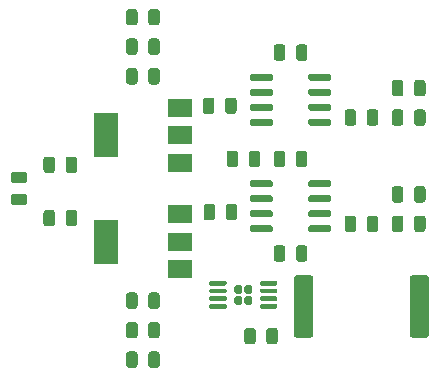
<source format=gbr>
%TF.GenerationSoftware,KiCad,Pcbnew,(5.1.6)-1*%
%TF.CreationDate,2020-11-02T11:11:50+01:00*%
%TF.ProjectId,ltz10v,6c747a31-3076-42e6-9b69-6361645f7063,rev?*%
%TF.SameCoordinates,Original*%
%TF.FileFunction,Paste,Bot*%
%TF.FilePolarity,Positive*%
%FSLAX46Y46*%
G04 Gerber Fmt 4.6, Leading zero omitted, Abs format (unit mm)*
G04 Created by KiCad (PCBNEW (5.1.6)-1) date 2020-11-02 11:11:50*
%MOMM*%
%LPD*%
G01*
G04 APERTURE LIST*
%ADD10R,2.000000X1.500000*%
%ADD11R,2.000000X3.800000*%
G04 APERTURE END LIST*
%TO.C,R940*%
G36*
G01*
X176075000Y-101400001D02*
X176075000Y-96599999D01*
G75*
G02*
X176324999Y-96350000I249999J0D01*
G01*
X177475001Y-96350000D01*
G75*
G02*
X177725000Y-96599999I0J-249999D01*
G01*
X177725000Y-101400001D01*
G75*
G02*
X177475001Y-101650000I-249999J0D01*
G01*
X176324999Y-101650000D01*
G75*
G02*
X176075000Y-101400001I0J249999D01*
G01*
G37*
G36*
G01*
X166275000Y-101400001D02*
X166275000Y-96599999D01*
G75*
G02*
X166524999Y-96350000I249999J0D01*
G01*
X167675001Y-96350000D01*
G75*
G02*
X167925000Y-96599999I0J-249999D01*
G01*
X167925000Y-101400001D01*
G75*
G02*
X167675001Y-101650000I-249999J0D01*
G01*
X166524999Y-101650000D01*
G75*
G02*
X166275000Y-101400001I0J249999D01*
G01*
G37*
%TD*%
%TO.C,R942*%
G36*
G01*
X172450000Y-92456250D02*
X172450000Y-91543750D01*
G75*
G02*
X172693750Y-91300000I243750J0D01*
G01*
X173181250Y-91300000D01*
G75*
G02*
X173425000Y-91543750I0J-243750D01*
G01*
X173425000Y-92456250D01*
G75*
G02*
X173181250Y-92700000I-243750J0D01*
G01*
X172693750Y-92700000D01*
G75*
G02*
X172450000Y-92456250I0J243750D01*
G01*
G37*
G36*
G01*
X170575000Y-92456250D02*
X170575000Y-91543750D01*
G75*
G02*
X170818750Y-91300000I243750J0D01*
G01*
X171306250Y-91300000D01*
G75*
G02*
X171550000Y-91543750I0J-243750D01*
G01*
X171550000Y-92456250D01*
G75*
G02*
X171306250Y-92700000I-243750J0D01*
G01*
X170818750Y-92700000D01*
G75*
G02*
X170575000Y-92456250I0J243750D01*
G01*
G37*
%TD*%
%TO.C,R941*%
G36*
G01*
X176450000Y-92456250D02*
X176450000Y-91543750D01*
G75*
G02*
X176693750Y-91300000I243750J0D01*
G01*
X177181250Y-91300000D01*
G75*
G02*
X177425000Y-91543750I0J-243750D01*
G01*
X177425000Y-92456250D01*
G75*
G02*
X177181250Y-92700000I-243750J0D01*
G01*
X176693750Y-92700000D01*
G75*
G02*
X176450000Y-92456250I0J243750D01*
G01*
G37*
G36*
G01*
X174575000Y-92456250D02*
X174575000Y-91543750D01*
G75*
G02*
X174818750Y-91300000I243750J0D01*
G01*
X175306250Y-91300000D01*
G75*
G02*
X175550000Y-91543750I0J-243750D01*
G01*
X175550000Y-92456250D01*
G75*
G02*
X175306250Y-92700000I-243750J0D01*
G01*
X174818750Y-92700000D01*
G75*
G02*
X174575000Y-92456250I0J243750D01*
G01*
G37*
%TD*%
%TO.C,R939*%
G36*
G01*
X143456250Y-88550000D02*
X142543750Y-88550000D01*
G75*
G02*
X142300000Y-88306250I0J243750D01*
G01*
X142300000Y-87818750D01*
G75*
G02*
X142543750Y-87575000I243750J0D01*
G01*
X143456250Y-87575000D01*
G75*
G02*
X143700000Y-87818750I0J-243750D01*
G01*
X143700000Y-88306250D01*
G75*
G02*
X143456250Y-88550000I-243750J0D01*
G01*
G37*
G36*
G01*
X143456250Y-90425000D02*
X142543750Y-90425000D01*
G75*
G02*
X142300000Y-90181250I0J243750D01*
G01*
X142300000Y-89693750D01*
G75*
G02*
X142543750Y-89450000I243750J0D01*
G01*
X143456250Y-89450000D01*
G75*
G02*
X143700000Y-89693750I0J-243750D01*
G01*
X143700000Y-90181250D01*
G75*
G02*
X143456250Y-90425000I-243750J0D01*
G01*
G37*
%TD*%
%TO.C,R938*%
G36*
G01*
X163050000Y-101043750D02*
X163050000Y-101956250D01*
G75*
G02*
X162806250Y-102200000I-243750J0D01*
G01*
X162318750Y-102200000D01*
G75*
G02*
X162075000Y-101956250I0J243750D01*
G01*
X162075000Y-101043750D01*
G75*
G02*
X162318750Y-100800000I243750J0D01*
G01*
X162806250Y-100800000D01*
G75*
G02*
X163050000Y-101043750I0J-243750D01*
G01*
G37*
G36*
G01*
X164925000Y-101043750D02*
X164925000Y-101956250D01*
G75*
G02*
X164681250Y-102200000I-243750J0D01*
G01*
X164193750Y-102200000D01*
G75*
G02*
X163950000Y-101956250I0J243750D01*
G01*
X163950000Y-101043750D01*
G75*
G02*
X164193750Y-100800000I243750J0D01*
G01*
X164681250Y-100800000D01*
G75*
G02*
X164925000Y-101043750I0J-243750D01*
G01*
G37*
%TD*%
%TO.C,C33*%
G36*
G01*
X166450000Y-86956250D02*
X166450000Y-86043750D01*
G75*
G02*
X166693750Y-85800000I243750J0D01*
G01*
X167181250Y-85800000D01*
G75*
G02*
X167425000Y-86043750I0J-243750D01*
G01*
X167425000Y-86956250D01*
G75*
G02*
X167181250Y-87200000I-243750J0D01*
G01*
X166693750Y-87200000D01*
G75*
G02*
X166450000Y-86956250I0J243750D01*
G01*
G37*
G36*
G01*
X164575000Y-86956250D02*
X164575000Y-86043750D01*
G75*
G02*
X164818750Y-85800000I243750J0D01*
G01*
X165306250Y-85800000D01*
G75*
G02*
X165550000Y-86043750I0J-243750D01*
G01*
X165550000Y-86956250D01*
G75*
G02*
X165306250Y-87200000I-243750J0D01*
G01*
X164818750Y-87200000D01*
G75*
G02*
X164575000Y-86956250I0J243750D01*
G01*
G37*
%TD*%
%TO.C,C32*%
G36*
G01*
X153050000Y-103043750D02*
X153050000Y-103956250D01*
G75*
G02*
X152806250Y-104200000I-243750J0D01*
G01*
X152318750Y-104200000D01*
G75*
G02*
X152075000Y-103956250I0J243750D01*
G01*
X152075000Y-103043750D01*
G75*
G02*
X152318750Y-102800000I243750J0D01*
G01*
X152806250Y-102800000D01*
G75*
G02*
X153050000Y-103043750I0J-243750D01*
G01*
G37*
G36*
G01*
X154925000Y-103043750D02*
X154925000Y-103956250D01*
G75*
G02*
X154681250Y-104200000I-243750J0D01*
G01*
X154193750Y-104200000D01*
G75*
G02*
X153950000Y-103956250I0J243750D01*
G01*
X153950000Y-103043750D01*
G75*
G02*
X154193750Y-102800000I243750J0D01*
G01*
X154681250Y-102800000D01*
G75*
G02*
X154925000Y-103043750I0J-243750D01*
G01*
G37*
%TD*%
%TO.C,C31*%
G36*
G01*
X153050000Y-100543750D02*
X153050000Y-101456250D01*
G75*
G02*
X152806250Y-101700000I-243750J0D01*
G01*
X152318750Y-101700000D01*
G75*
G02*
X152075000Y-101456250I0J243750D01*
G01*
X152075000Y-100543750D01*
G75*
G02*
X152318750Y-100300000I243750J0D01*
G01*
X152806250Y-100300000D01*
G75*
G02*
X153050000Y-100543750I0J-243750D01*
G01*
G37*
G36*
G01*
X154925000Y-100543750D02*
X154925000Y-101456250D01*
G75*
G02*
X154681250Y-101700000I-243750J0D01*
G01*
X154193750Y-101700000D01*
G75*
G02*
X153950000Y-101456250I0J243750D01*
G01*
X153950000Y-100543750D01*
G75*
G02*
X154193750Y-100300000I243750J0D01*
G01*
X154681250Y-100300000D01*
G75*
G02*
X154925000Y-100543750I0J-243750D01*
G01*
G37*
%TD*%
%TO.C,C30*%
G36*
G01*
X176450000Y-89956250D02*
X176450000Y-89043750D01*
G75*
G02*
X176693750Y-88800000I243750J0D01*
G01*
X177181250Y-88800000D01*
G75*
G02*
X177425000Y-89043750I0J-243750D01*
G01*
X177425000Y-89956250D01*
G75*
G02*
X177181250Y-90200000I-243750J0D01*
G01*
X176693750Y-90200000D01*
G75*
G02*
X176450000Y-89956250I0J243750D01*
G01*
G37*
G36*
G01*
X174575000Y-89956250D02*
X174575000Y-89043750D01*
G75*
G02*
X174818750Y-88800000I243750J0D01*
G01*
X175306250Y-88800000D01*
G75*
G02*
X175550000Y-89043750I0J-243750D01*
G01*
X175550000Y-89956250D01*
G75*
G02*
X175306250Y-90200000I-243750J0D01*
G01*
X174818750Y-90200000D01*
G75*
G02*
X174575000Y-89956250I0J243750D01*
G01*
G37*
%TD*%
%TO.C,C29*%
G36*
G01*
X166450000Y-94956250D02*
X166450000Y-94043750D01*
G75*
G02*
X166693750Y-93800000I243750J0D01*
G01*
X167181250Y-93800000D01*
G75*
G02*
X167425000Y-94043750I0J-243750D01*
G01*
X167425000Y-94956250D01*
G75*
G02*
X167181250Y-95200000I-243750J0D01*
G01*
X166693750Y-95200000D01*
G75*
G02*
X166450000Y-94956250I0J243750D01*
G01*
G37*
G36*
G01*
X164575000Y-94956250D02*
X164575000Y-94043750D01*
G75*
G02*
X164818750Y-93800000I243750J0D01*
G01*
X165306250Y-93800000D01*
G75*
G02*
X165550000Y-94043750I0J-243750D01*
G01*
X165550000Y-94956250D01*
G75*
G02*
X165306250Y-95200000I-243750J0D01*
G01*
X164818750Y-95200000D01*
G75*
G02*
X164575000Y-94956250I0J243750D01*
G01*
G37*
%TD*%
%TO.C,C28*%
G36*
G01*
X162450000Y-86956250D02*
X162450000Y-86043750D01*
G75*
G02*
X162693750Y-85800000I243750J0D01*
G01*
X163181250Y-85800000D01*
G75*
G02*
X163425000Y-86043750I0J-243750D01*
G01*
X163425000Y-86956250D01*
G75*
G02*
X163181250Y-87200000I-243750J0D01*
G01*
X162693750Y-87200000D01*
G75*
G02*
X162450000Y-86956250I0J243750D01*
G01*
G37*
G36*
G01*
X160575000Y-86956250D02*
X160575000Y-86043750D01*
G75*
G02*
X160818750Y-85800000I243750J0D01*
G01*
X161306250Y-85800000D01*
G75*
G02*
X161550000Y-86043750I0J-243750D01*
G01*
X161550000Y-86956250D01*
G75*
G02*
X161306250Y-87200000I-243750J0D01*
G01*
X160818750Y-87200000D01*
G75*
G02*
X160575000Y-86956250I0J243750D01*
G01*
G37*
%TD*%
%TO.C,C27*%
G36*
G01*
X153050000Y-74043750D02*
X153050000Y-74956250D01*
G75*
G02*
X152806250Y-75200000I-243750J0D01*
G01*
X152318750Y-75200000D01*
G75*
G02*
X152075000Y-74956250I0J243750D01*
G01*
X152075000Y-74043750D01*
G75*
G02*
X152318750Y-73800000I243750J0D01*
G01*
X152806250Y-73800000D01*
G75*
G02*
X153050000Y-74043750I0J-243750D01*
G01*
G37*
G36*
G01*
X154925000Y-74043750D02*
X154925000Y-74956250D01*
G75*
G02*
X154681250Y-75200000I-243750J0D01*
G01*
X154193750Y-75200000D01*
G75*
G02*
X153950000Y-74956250I0J243750D01*
G01*
X153950000Y-74043750D01*
G75*
G02*
X154193750Y-73800000I243750J0D01*
G01*
X154681250Y-73800000D01*
G75*
G02*
X154925000Y-74043750I0J-243750D01*
G01*
G37*
%TD*%
%TO.C,C26*%
G36*
G01*
X153050000Y-76543750D02*
X153050000Y-77456250D01*
G75*
G02*
X152806250Y-77700000I-243750J0D01*
G01*
X152318750Y-77700000D01*
G75*
G02*
X152075000Y-77456250I0J243750D01*
G01*
X152075000Y-76543750D01*
G75*
G02*
X152318750Y-76300000I243750J0D01*
G01*
X152806250Y-76300000D01*
G75*
G02*
X153050000Y-76543750I0J-243750D01*
G01*
G37*
G36*
G01*
X154925000Y-76543750D02*
X154925000Y-77456250D01*
G75*
G02*
X154681250Y-77700000I-243750J0D01*
G01*
X154193750Y-77700000D01*
G75*
G02*
X153950000Y-77456250I0J243750D01*
G01*
X153950000Y-76543750D01*
G75*
G02*
X154193750Y-76300000I243750J0D01*
G01*
X154681250Y-76300000D01*
G75*
G02*
X154925000Y-76543750I0J-243750D01*
G01*
G37*
%TD*%
%TO.C,C25*%
G36*
G01*
X166450000Y-77956250D02*
X166450000Y-77043750D01*
G75*
G02*
X166693750Y-76800000I243750J0D01*
G01*
X167181250Y-76800000D01*
G75*
G02*
X167425000Y-77043750I0J-243750D01*
G01*
X167425000Y-77956250D01*
G75*
G02*
X167181250Y-78200000I-243750J0D01*
G01*
X166693750Y-78200000D01*
G75*
G02*
X166450000Y-77956250I0J243750D01*
G01*
G37*
G36*
G01*
X164575000Y-77956250D02*
X164575000Y-77043750D01*
G75*
G02*
X164818750Y-76800000I243750J0D01*
G01*
X165306250Y-76800000D01*
G75*
G02*
X165550000Y-77043750I0J-243750D01*
G01*
X165550000Y-77956250D01*
G75*
G02*
X165306250Y-78200000I-243750J0D01*
G01*
X164818750Y-78200000D01*
G75*
G02*
X164575000Y-77956250I0J243750D01*
G01*
G37*
%TD*%
%TO.C,RN1*%
G36*
G01*
X162080000Y-97740000D02*
X162080000Y-97320000D01*
G75*
G02*
X162250000Y-97150000I170000J0D01*
G01*
X162590000Y-97150000D01*
G75*
G02*
X162760000Y-97320000I0J-170000D01*
G01*
X162760000Y-97740000D01*
G75*
G02*
X162590000Y-97910000I-170000J0D01*
G01*
X162250000Y-97910000D01*
G75*
G02*
X162080000Y-97740000I0J170000D01*
G01*
G37*
G36*
G01*
X162080000Y-98680000D02*
X162080000Y-98260000D01*
G75*
G02*
X162250000Y-98090000I170000J0D01*
G01*
X162590000Y-98090000D01*
G75*
G02*
X162760000Y-98260000I0J-170000D01*
G01*
X162760000Y-98680000D01*
G75*
G02*
X162590000Y-98850000I-170000J0D01*
G01*
X162250000Y-98850000D01*
G75*
G02*
X162080000Y-98680000I0J170000D01*
G01*
G37*
G36*
G01*
X161240000Y-97740000D02*
X161240000Y-97320000D01*
G75*
G02*
X161410000Y-97150000I170000J0D01*
G01*
X161750000Y-97150000D01*
G75*
G02*
X161920000Y-97320000I0J-170000D01*
G01*
X161920000Y-97740000D01*
G75*
G02*
X161750000Y-97910000I-170000J0D01*
G01*
X161410000Y-97910000D01*
G75*
G02*
X161240000Y-97740000I0J170000D01*
G01*
G37*
G36*
G01*
X161240000Y-98680000D02*
X161240000Y-98260000D01*
G75*
G02*
X161410000Y-98090000I170000J0D01*
G01*
X161750000Y-98090000D01*
G75*
G02*
X161920000Y-98260000I0J-170000D01*
G01*
X161920000Y-98680000D01*
G75*
G02*
X161750000Y-98850000I-170000J0D01*
G01*
X161410000Y-98850000D01*
G75*
G02*
X161240000Y-98680000I0J170000D01*
G01*
G37*
G36*
G01*
X163425000Y-99075000D02*
X163425000Y-98875000D01*
G75*
G02*
X163525000Y-98775000I100000J0D01*
G01*
X164775000Y-98775000D01*
G75*
G02*
X164875000Y-98875000I0J-100000D01*
G01*
X164875000Y-99075000D01*
G75*
G02*
X164775000Y-99175000I-100000J0D01*
G01*
X163525000Y-99175000D01*
G75*
G02*
X163425000Y-99075000I0J100000D01*
G01*
G37*
G36*
G01*
X163425000Y-98425000D02*
X163425000Y-98225000D01*
G75*
G02*
X163525000Y-98125000I100000J0D01*
G01*
X164775000Y-98125000D01*
G75*
G02*
X164875000Y-98225000I0J-100000D01*
G01*
X164875000Y-98425000D01*
G75*
G02*
X164775000Y-98525000I-100000J0D01*
G01*
X163525000Y-98525000D01*
G75*
G02*
X163425000Y-98425000I0J100000D01*
G01*
G37*
G36*
G01*
X163425000Y-97775000D02*
X163425000Y-97575000D01*
G75*
G02*
X163525000Y-97475000I100000J0D01*
G01*
X164775000Y-97475000D01*
G75*
G02*
X164875000Y-97575000I0J-100000D01*
G01*
X164875000Y-97775000D01*
G75*
G02*
X164775000Y-97875000I-100000J0D01*
G01*
X163525000Y-97875000D01*
G75*
G02*
X163425000Y-97775000I0J100000D01*
G01*
G37*
G36*
G01*
X163425000Y-97125000D02*
X163425000Y-96925000D01*
G75*
G02*
X163525000Y-96825000I100000J0D01*
G01*
X164775000Y-96825000D01*
G75*
G02*
X164875000Y-96925000I0J-100000D01*
G01*
X164875000Y-97125000D01*
G75*
G02*
X164775000Y-97225000I-100000J0D01*
G01*
X163525000Y-97225000D01*
G75*
G02*
X163425000Y-97125000I0J100000D01*
G01*
G37*
G36*
G01*
X159125000Y-97125000D02*
X159125000Y-96925000D01*
G75*
G02*
X159225000Y-96825000I100000J0D01*
G01*
X160475000Y-96825000D01*
G75*
G02*
X160575000Y-96925000I0J-100000D01*
G01*
X160575000Y-97125000D01*
G75*
G02*
X160475000Y-97225000I-100000J0D01*
G01*
X159225000Y-97225000D01*
G75*
G02*
X159125000Y-97125000I0J100000D01*
G01*
G37*
G36*
G01*
X159125000Y-97775000D02*
X159125000Y-97575000D01*
G75*
G02*
X159225000Y-97475000I100000J0D01*
G01*
X160475000Y-97475000D01*
G75*
G02*
X160575000Y-97575000I0J-100000D01*
G01*
X160575000Y-97775000D01*
G75*
G02*
X160475000Y-97875000I-100000J0D01*
G01*
X159225000Y-97875000D01*
G75*
G02*
X159125000Y-97775000I0J100000D01*
G01*
G37*
G36*
G01*
X159125000Y-98425000D02*
X159125000Y-98225000D01*
G75*
G02*
X159225000Y-98125000I100000J0D01*
G01*
X160475000Y-98125000D01*
G75*
G02*
X160575000Y-98225000I0J-100000D01*
G01*
X160575000Y-98425000D01*
G75*
G02*
X160475000Y-98525000I-100000J0D01*
G01*
X159225000Y-98525000D01*
G75*
G02*
X159125000Y-98425000I0J100000D01*
G01*
G37*
G36*
G01*
X159125000Y-99075000D02*
X159125000Y-98875000D01*
G75*
G02*
X159225000Y-98775000I100000J0D01*
G01*
X160475000Y-98775000D01*
G75*
G02*
X160575000Y-98875000I0J-100000D01*
G01*
X160575000Y-99075000D01*
G75*
G02*
X160475000Y-99175000I-100000J0D01*
G01*
X159225000Y-99175000D01*
G75*
G02*
X159125000Y-99075000I0J100000D01*
G01*
G37*
%TD*%
%TO.C,R935*%
G36*
G01*
X153950000Y-98956250D02*
X153950000Y-98043750D01*
G75*
G02*
X154193750Y-97800000I243750J0D01*
G01*
X154681250Y-97800000D01*
G75*
G02*
X154925000Y-98043750I0J-243750D01*
G01*
X154925000Y-98956250D01*
G75*
G02*
X154681250Y-99200000I-243750J0D01*
G01*
X154193750Y-99200000D01*
G75*
G02*
X153950000Y-98956250I0J243750D01*
G01*
G37*
G36*
G01*
X152075000Y-98956250D02*
X152075000Y-98043750D01*
G75*
G02*
X152318750Y-97800000I243750J0D01*
G01*
X152806250Y-97800000D01*
G75*
G02*
X153050000Y-98043750I0J-243750D01*
G01*
X153050000Y-98956250D01*
G75*
G02*
X152806250Y-99200000I-243750J0D01*
G01*
X152318750Y-99200000D01*
G75*
G02*
X152075000Y-98956250I0J243750D01*
G01*
G37*
%TD*%
%TO.C,R934*%
G36*
G01*
X160512500Y-91456250D02*
X160512500Y-90543750D01*
G75*
G02*
X160756250Y-90300000I243750J0D01*
G01*
X161243750Y-90300000D01*
G75*
G02*
X161487500Y-90543750I0J-243750D01*
G01*
X161487500Y-91456250D01*
G75*
G02*
X161243750Y-91700000I-243750J0D01*
G01*
X160756250Y-91700000D01*
G75*
G02*
X160512500Y-91456250I0J243750D01*
G01*
G37*
G36*
G01*
X158637500Y-91456250D02*
X158637500Y-90543750D01*
G75*
G02*
X158881250Y-90300000I243750J0D01*
G01*
X159368750Y-90300000D01*
G75*
G02*
X159612500Y-90543750I0J-243750D01*
G01*
X159612500Y-91456250D01*
G75*
G02*
X159368750Y-91700000I-243750J0D01*
G01*
X158881250Y-91700000D01*
G75*
G02*
X158637500Y-91456250I0J243750D01*
G01*
G37*
%TD*%
%TO.C,R933*%
G36*
G01*
X146050000Y-91043750D02*
X146050000Y-91956250D01*
G75*
G02*
X145806250Y-92200000I-243750J0D01*
G01*
X145318750Y-92200000D01*
G75*
G02*
X145075000Y-91956250I0J243750D01*
G01*
X145075000Y-91043750D01*
G75*
G02*
X145318750Y-90800000I243750J0D01*
G01*
X145806250Y-90800000D01*
G75*
G02*
X146050000Y-91043750I0J-243750D01*
G01*
G37*
G36*
G01*
X147925000Y-91043750D02*
X147925000Y-91956250D01*
G75*
G02*
X147681250Y-92200000I-243750J0D01*
G01*
X147193750Y-92200000D01*
G75*
G02*
X146950000Y-91956250I0J243750D01*
G01*
X146950000Y-91043750D01*
G75*
G02*
X147193750Y-90800000I243750J0D01*
G01*
X147681250Y-90800000D01*
G75*
G02*
X147925000Y-91043750I0J-243750D01*
G01*
G37*
%TD*%
%TO.C,R932*%
G36*
G01*
X146950000Y-87456250D02*
X146950000Y-86543750D01*
G75*
G02*
X147193750Y-86300000I243750J0D01*
G01*
X147681250Y-86300000D01*
G75*
G02*
X147925000Y-86543750I0J-243750D01*
G01*
X147925000Y-87456250D01*
G75*
G02*
X147681250Y-87700000I-243750J0D01*
G01*
X147193750Y-87700000D01*
G75*
G02*
X146950000Y-87456250I0J243750D01*
G01*
G37*
G36*
G01*
X145075000Y-87456250D02*
X145075000Y-86543750D01*
G75*
G02*
X145318750Y-86300000I243750J0D01*
G01*
X145806250Y-86300000D01*
G75*
G02*
X146050000Y-86543750I0J-243750D01*
G01*
X146050000Y-87456250D01*
G75*
G02*
X145806250Y-87700000I-243750J0D01*
G01*
X145318750Y-87700000D01*
G75*
G02*
X145075000Y-87456250I0J243750D01*
G01*
G37*
%TD*%
%TO.C,R931*%
G36*
G01*
X160450000Y-82456250D02*
X160450000Y-81543750D01*
G75*
G02*
X160693750Y-81300000I243750J0D01*
G01*
X161181250Y-81300000D01*
G75*
G02*
X161425000Y-81543750I0J-243750D01*
G01*
X161425000Y-82456250D01*
G75*
G02*
X161181250Y-82700000I-243750J0D01*
G01*
X160693750Y-82700000D01*
G75*
G02*
X160450000Y-82456250I0J243750D01*
G01*
G37*
G36*
G01*
X158575000Y-82456250D02*
X158575000Y-81543750D01*
G75*
G02*
X158818750Y-81300000I243750J0D01*
G01*
X159306250Y-81300000D01*
G75*
G02*
X159550000Y-81543750I0J-243750D01*
G01*
X159550000Y-82456250D01*
G75*
G02*
X159306250Y-82700000I-243750J0D01*
G01*
X158818750Y-82700000D01*
G75*
G02*
X158575000Y-82456250I0J243750D01*
G01*
G37*
%TD*%
%TO.C,R930*%
G36*
G01*
X172450000Y-83456250D02*
X172450000Y-82543750D01*
G75*
G02*
X172693750Y-82300000I243750J0D01*
G01*
X173181250Y-82300000D01*
G75*
G02*
X173425000Y-82543750I0J-243750D01*
G01*
X173425000Y-83456250D01*
G75*
G02*
X173181250Y-83700000I-243750J0D01*
G01*
X172693750Y-83700000D01*
G75*
G02*
X172450000Y-83456250I0J243750D01*
G01*
G37*
G36*
G01*
X170575000Y-83456250D02*
X170575000Y-82543750D01*
G75*
G02*
X170818750Y-82300000I243750J0D01*
G01*
X171306250Y-82300000D01*
G75*
G02*
X171550000Y-82543750I0J-243750D01*
G01*
X171550000Y-83456250D01*
G75*
G02*
X171306250Y-83700000I-243750J0D01*
G01*
X170818750Y-83700000D01*
G75*
G02*
X170575000Y-83456250I0J243750D01*
G01*
G37*
%TD*%
%TO.C,R929*%
G36*
G01*
X176450000Y-83456250D02*
X176450000Y-82543750D01*
G75*
G02*
X176693750Y-82300000I243750J0D01*
G01*
X177181250Y-82300000D01*
G75*
G02*
X177425000Y-82543750I0J-243750D01*
G01*
X177425000Y-83456250D01*
G75*
G02*
X177181250Y-83700000I-243750J0D01*
G01*
X176693750Y-83700000D01*
G75*
G02*
X176450000Y-83456250I0J243750D01*
G01*
G37*
G36*
G01*
X174575000Y-83456250D02*
X174575000Y-82543750D01*
G75*
G02*
X174818750Y-82300000I243750J0D01*
G01*
X175306250Y-82300000D01*
G75*
G02*
X175550000Y-82543750I0J-243750D01*
G01*
X175550000Y-83456250D01*
G75*
G02*
X175306250Y-83700000I-243750J0D01*
G01*
X174818750Y-83700000D01*
G75*
G02*
X174575000Y-83456250I0J243750D01*
G01*
G37*
%TD*%
%TO.C,R928*%
G36*
G01*
X153950000Y-79956250D02*
X153950000Y-79043750D01*
G75*
G02*
X154193750Y-78800000I243750J0D01*
G01*
X154681250Y-78800000D01*
G75*
G02*
X154925000Y-79043750I0J-243750D01*
G01*
X154925000Y-79956250D01*
G75*
G02*
X154681250Y-80200000I-243750J0D01*
G01*
X154193750Y-80200000D01*
G75*
G02*
X153950000Y-79956250I0J243750D01*
G01*
G37*
G36*
G01*
X152075000Y-79956250D02*
X152075000Y-79043750D01*
G75*
G02*
X152318750Y-78800000I243750J0D01*
G01*
X152806250Y-78800000D01*
G75*
G02*
X153050000Y-79043750I0J-243750D01*
G01*
X153050000Y-79956250D01*
G75*
G02*
X152806250Y-80200000I-243750J0D01*
G01*
X152318750Y-80200000D01*
G75*
G02*
X152075000Y-79956250I0J243750D01*
G01*
G37*
%TD*%
D10*
%TO.C,Q5*%
X156650000Y-91200000D03*
X156650000Y-95800000D03*
X156650000Y-93500000D03*
D11*
X150350000Y-93500000D03*
%TD*%
D10*
%TO.C,Q4*%
X156650000Y-82200000D03*
X156650000Y-86800000D03*
X156650000Y-84500000D03*
D11*
X150350000Y-84500000D03*
%TD*%
%TO.C,C19*%
G36*
G01*
X176450000Y-80956250D02*
X176450000Y-80043750D01*
G75*
G02*
X176693750Y-79800000I243750J0D01*
G01*
X177181250Y-79800000D01*
G75*
G02*
X177425000Y-80043750I0J-243750D01*
G01*
X177425000Y-80956250D01*
G75*
G02*
X177181250Y-81200000I-243750J0D01*
G01*
X176693750Y-81200000D01*
G75*
G02*
X176450000Y-80956250I0J243750D01*
G01*
G37*
G36*
G01*
X174575000Y-80956250D02*
X174575000Y-80043750D01*
G75*
G02*
X174818750Y-79800000I243750J0D01*
G01*
X175306250Y-79800000D01*
G75*
G02*
X175550000Y-80043750I0J-243750D01*
G01*
X175550000Y-80956250D01*
G75*
G02*
X175306250Y-81200000I-243750J0D01*
G01*
X174818750Y-81200000D01*
G75*
G02*
X174575000Y-80956250I0J243750D01*
G01*
G37*
%TD*%
%TO.C,U2*%
G36*
G01*
X164500000Y-88445000D02*
X164500000Y-88745000D01*
G75*
G02*
X164350000Y-88895000I-150000J0D01*
G01*
X162700000Y-88895000D01*
G75*
G02*
X162550000Y-88745000I0J150000D01*
G01*
X162550000Y-88445000D01*
G75*
G02*
X162700000Y-88295000I150000J0D01*
G01*
X164350000Y-88295000D01*
G75*
G02*
X164500000Y-88445000I0J-150000D01*
G01*
G37*
G36*
G01*
X164500000Y-89715000D02*
X164500000Y-90015000D01*
G75*
G02*
X164350000Y-90165000I-150000J0D01*
G01*
X162700000Y-90165000D01*
G75*
G02*
X162550000Y-90015000I0J150000D01*
G01*
X162550000Y-89715000D01*
G75*
G02*
X162700000Y-89565000I150000J0D01*
G01*
X164350000Y-89565000D01*
G75*
G02*
X164500000Y-89715000I0J-150000D01*
G01*
G37*
G36*
G01*
X164500000Y-90985000D02*
X164500000Y-91285000D01*
G75*
G02*
X164350000Y-91435000I-150000J0D01*
G01*
X162700000Y-91435000D01*
G75*
G02*
X162550000Y-91285000I0J150000D01*
G01*
X162550000Y-90985000D01*
G75*
G02*
X162700000Y-90835000I150000J0D01*
G01*
X164350000Y-90835000D01*
G75*
G02*
X164500000Y-90985000I0J-150000D01*
G01*
G37*
G36*
G01*
X164500000Y-92255000D02*
X164500000Y-92555000D01*
G75*
G02*
X164350000Y-92705000I-150000J0D01*
G01*
X162700000Y-92705000D01*
G75*
G02*
X162550000Y-92555000I0J150000D01*
G01*
X162550000Y-92255000D01*
G75*
G02*
X162700000Y-92105000I150000J0D01*
G01*
X164350000Y-92105000D01*
G75*
G02*
X164500000Y-92255000I0J-150000D01*
G01*
G37*
G36*
G01*
X169450000Y-92255000D02*
X169450000Y-92555000D01*
G75*
G02*
X169300000Y-92705000I-150000J0D01*
G01*
X167650000Y-92705000D01*
G75*
G02*
X167500000Y-92555000I0J150000D01*
G01*
X167500000Y-92255000D01*
G75*
G02*
X167650000Y-92105000I150000J0D01*
G01*
X169300000Y-92105000D01*
G75*
G02*
X169450000Y-92255000I0J-150000D01*
G01*
G37*
G36*
G01*
X169450000Y-90985000D02*
X169450000Y-91285000D01*
G75*
G02*
X169300000Y-91435000I-150000J0D01*
G01*
X167650000Y-91435000D01*
G75*
G02*
X167500000Y-91285000I0J150000D01*
G01*
X167500000Y-90985000D01*
G75*
G02*
X167650000Y-90835000I150000J0D01*
G01*
X169300000Y-90835000D01*
G75*
G02*
X169450000Y-90985000I0J-150000D01*
G01*
G37*
G36*
G01*
X169450000Y-89715000D02*
X169450000Y-90015000D01*
G75*
G02*
X169300000Y-90165000I-150000J0D01*
G01*
X167650000Y-90165000D01*
G75*
G02*
X167500000Y-90015000I0J150000D01*
G01*
X167500000Y-89715000D01*
G75*
G02*
X167650000Y-89565000I150000J0D01*
G01*
X169300000Y-89565000D01*
G75*
G02*
X169450000Y-89715000I0J-150000D01*
G01*
G37*
G36*
G01*
X169450000Y-88445000D02*
X169450000Y-88745000D01*
G75*
G02*
X169300000Y-88895000I-150000J0D01*
G01*
X167650000Y-88895000D01*
G75*
G02*
X167500000Y-88745000I0J150000D01*
G01*
X167500000Y-88445000D01*
G75*
G02*
X167650000Y-88295000I150000J0D01*
G01*
X169300000Y-88295000D01*
G75*
G02*
X169450000Y-88445000I0J-150000D01*
G01*
G37*
%TD*%
%TO.C,U1*%
G36*
G01*
X164500000Y-79445000D02*
X164500000Y-79745000D01*
G75*
G02*
X164350000Y-79895000I-150000J0D01*
G01*
X162700000Y-79895000D01*
G75*
G02*
X162550000Y-79745000I0J150000D01*
G01*
X162550000Y-79445000D01*
G75*
G02*
X162700000Y-79295000I150000J0D01*
G01*
X164350000Y-79295000D01*
G75*
G02*
X164500000Y-79445000I0J-150000D01*
G01*
G37*
G36*
G01*
X164500000Y-80715000D02*
X164500000Y-81015000D01*
G75*
G02*
X164350000Y-81165000I-150000J0D01*
G01*
X162700000Y-81165000D01*
G75*
G02*
X162550000Y-81015000I0J150000D01*
G01*
X162550000Y-80715000D01*
G75*
G02*
X162700000Y-80565000I150000J0D01*
G01*
X164350000Y-80565000D01*
G75*
G02*
X164500000Y-80715000I0J-150000D01*
G01*
G37*
G36*
G01*
X164500000Y-81985000D02*
X164500000Y-82285000D01*
G75*
G02*
X164350000Y-82435000I-150000J0D01*
G01*
X162700000Y-82435000D01*
G75*
G02*
X162550000Y-82285000I0J150000D01*
G01*
X162550000Y-81985000D01*
G75*
G02*
X162700000Y-81835000I150000J0D01*
G01*
X164350000Y-81835000D01*
G75*
G02*
X164500000Y-81985000I0J-150000D01*
G01*
G37*
G36*
G01*
X164500000Y-83255000D02*
X164500000Y-83555000D01*
G75*
G02*
X164350000Y-83705000I-150000J0D01*
G01*
X162700000Y-83705000D01*
G75*
G02*
X162550000Y-83555000I0J150000D01*
G01*
X162550000Y-83255000D01*
G75*
G02*
X162700000Y-83105000I150000J0D01*
G01*
X164350000Y-83105000D01*
G75*
G02*
X164500000Y-83255000I0J-150000D01*
G01*
G37*
G36*
G01*
X169450000Y-83255000D02*
X169450000Y-83555000D01*
G75*
G02*
X169300000Y-83705000I-150000J0D01*
G01*
X167650000Y-83705000D01*
G75*
G02*
X167500000Y-83555000I0J150000D01*
G01*
X167500000Y-83255000D01*
G75*
G02*
X167650000Y-83105000I150000J0D01*
G01*
X169300000Y-83105000D01*
G75*
G02*
X169450000Y-83255000I0J-150000D01*
G01*
G37*
G36*
G01*
X169450000Y-81985000D02*
X169450000Y-82285000D01*
G75*
G02*
X169300000Y-82435000I-150000J0D01*
G01*
X167650000Y-82435000D01*
G75*
G02*
X167500000Y-82285000I0J150000D01*
G01*
X167500000Y-81985000D01*
G75*
G02*
X167650000Y-81835000I150000J0D01*
G01*
X169300000Y-81835000D01*
G75*
G02*
X169450000Y-81985000I0J-150000D01*
G01*
G37*
G36*
G01*
X169450000Y-80715000D02*
X169450000Y-81015000D01*
G75*
G02*
X169300000Y-81165000I-150000J0D01*
G01*
X167650000Y-81165000D01*
G75*
G02*
X167500000Y-81015000I0J150000D01*
G01*
X167500000Y-80715000D01*
G75*
G02*
X167650000Y-80565000I150000J0D01*
G01*
X169300000Y-80565000D01*
G75*
G02*
X169450000Y-80715000I0J-150000D01*
G01*
G37*
G36*
G01*
X169450000Y-79445000D02*
X169450000Y-79745000D01*
G75*
G02*
X169300000Y-79895000I-150000J0D01*
G01*
X167650000Y-79895000D01*
G75*
G02*
X167500000Y-79745000I0J150000D01*
G01*
X167500000Y-79445000D01*
G75*
G02*
X167650000Y-79295000I150000J0D01*
G01*
X169300000Y-79295000D01*
G75*
G02*
X169450000Y-79445000I0J-150000D01*
G01*
G37*
%TD*%
M02*

</source>
